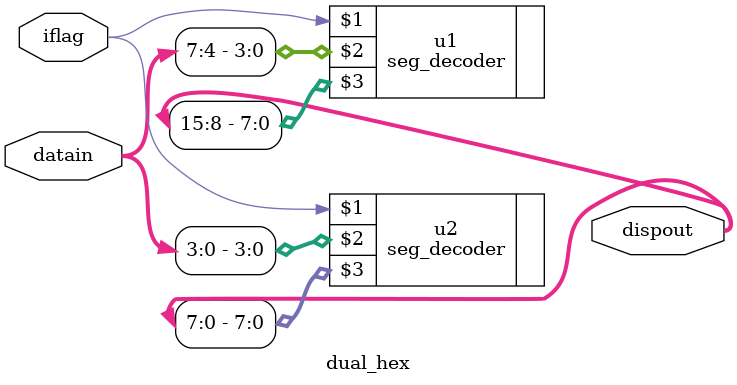
<source format=v>
`timescale 1ns / 1ps


module dual_hex(
    input iflag,     //¹²Òõ»ò¹²ÑôÊä³öÑ¡Ôñ
    input [7:0] datain,      //2¸öBCDÂë
    output [15:0] dispout     //2¸öÆß¶Î¶ÎÂëÊý¾Ý
    );
    seg_decoder u1(iflag,datain[7:4],dispout[15:8]);
    seg_decoder u2(iflag,datain[3:0],dispout[7:0]);
endmodule

</source>
